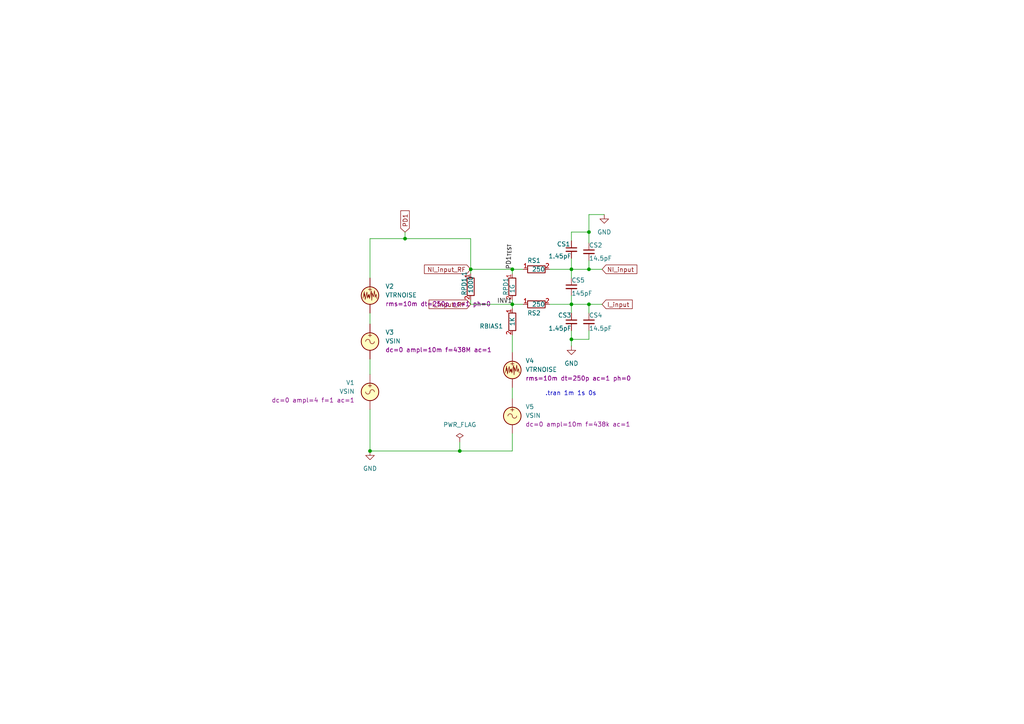
<source format=kicad_sch>
(kicad_sch (version 20230121) (generator eeschema)
  (paper "A4")
  (lib_symbols
    (symbol "Device:C_Small" (pin_numbers hide) (pin_names (offset 0.254) hide)
      (property "Reference" "C" (at 0.254 1.778 0))
      (property "Value" "C_Small" (at 0.254 -2.032 0))
      (symbol "C_Small_0_1"
        (polyline (pts (xy -1.524 -0.508) (xy 1.524 -0.508)) (stroke (width 0.3302)))
        (polyline (pts (xy -1.524 0.508) (xy 1.524 0.508)) (stroke (width 0.3048)))
      )
      (symbol "C_Small_1_1"
        (pin passive line (at 0 2.54 270) (length 2.032) (name "~") (number "1"))
        (pin passive line (at 0 -2.54 90) (length 2.032) (name "~") (number "2"))
      )
    )
    (symbol "Device:R" (pin_names (offset 0))
      (property "Reference" "R" (at 2.032 0 90))
      (property "Value" "R" (at 0 0 90))
      (symbol "R_0_1"
        (rectangle (start -1.016 -2.54) (end 1.016 2.54) (stroke (width 0.254)))
      )
      (symbol "R_1_1"
        (pin passive line (at 0 3.81 270) (length 1.27) (name "~") (number "1"))
        (pin passive line (at 0 -3.81 90) (length 1.27) (name "~") (number "2"))
      )
    )
    (symbol "R_1" (pin_names (offset 0))
      (property "Reference" "R" (at 2.032 0 90))
      (property "Value" "R" (at 0 0 90))
      (symbol "R_1_0_1"
        (rectangle (start -1.016 -2.54) (end 1.016 2.54) (stroke (width 0.254)))
      )
      (symbol "R_1_1_1"
        (pin passive line (at 0 3.81 270) (length 1.27) (name "~") (number "1"))
        (pin passive line (at 0 -3.81 90) (length 1.27) (name "~") (number "2"))
      )
    )
    (symbol "R_2" (pin_names (offset 0))
      (property "Reference" "R" (at 2.032 0 90))
      (property "Value" "R" (at 0 0 90))
      (symbol "R_2_0_1"
        (rectangle (start -1.016 -2.54) (end 1.016 2.54) (stroke (width 0.254)))
      )
      (symbol "R_2_1_1"
        (pin passive line (at 0 3.81 270) (length 1.27) (name "~") (number "1"))
        (pin passive line (at 0 -3.81 90) (length 1.27) (name "~") (number "2"))
      )
    )
    (symbol "Simulation_SPICE:VSIN" (pin_numbers hide) (pin_names (offset 0.0254))
      (property "Reference" "V" (at 2.54 2.54 0))
      (property "Value" "VSIN" (at 2.54 0 0))
      (property "Sim.Params" "dc=0 ampl=1 f=1k ac=1" (at 2.54 -2.54 0))
      (symbol "VSIN_0_0"
        (arc (start 0 0) (mid -0.635 0.6323) (end -1.27 0))
        (arc (start 0 0) (mid 0.635 -0.6323) (end 1.27 0))
        (text "+" (at 0 1.905 0) (effects (font (size 1.27 1.27))))
      )
      (symbol "VSIN_0_1"
        (circle (center 0 0) (radius 2.54) (stroke (width 0.254)) (fill (type background)))
      )
      (symbol "VSIN_1_1"
        (pin passive line (at 0 5.08 270) (length 2.54) (name "~") (number "1"))
        (pin passive line (at 0 -5.08 90) (length 2.54) (name "~") (number "2"))
      )
    )
    (symbol "Simulation_SPICE:VTRNOISE" (pin_numbers hide) (pin_names (offset 0.0254))
      (property "Reference" "V" (at 2.54 2.54 0))
      (property "Value" "VTRNOISE" (at 2.54 0 0))
      (property "Sim.Params" "rms=20n dt=500p ac=0 ph=0" (at 2.54 -2.54 0))
      (symbol "VTRNOISE_0_0"
        (text "+" (at 0 1.905 0) (effects (font (size 1.27 1.27))))
      )
      (symbol "VTRNOISE_0_1"
        (polyline (pts (xy -2.032 -0.762) (xy -1.651 1.143) (xy -1.651 -0.254) (xy -1.524 0.508) (xy -1.397 -1.143) (xy -0.889 1.016) (xy -0.762 -0.762) (xy -0.508 0.254) (xy -0.381 -0.508) (xy -0.254 0.381) (xy -0.127 -0.889) (xy 0.381 1.397) (xy 0.508 -1.397) (xy 0.635 0.762) (xy 1.016 -0.381) (xy 1.27 1.397) (xy 1.524 -0.508) (xy 1.778 0.381) (xy 2.032 -0.889)))
        (circle (center 0 0) (radius 2.54) (stroke (width 0.254)) (fill (type background)))
      )
      (symbol "VTRNOISE_1_1"
        (pin passive line (at 0 5.08 270) (length 2.54) (name "~") (number "1"))
        (pin passive line (at 0 -5.08 90) (length 2.54) (name "~") (number "2"))
      )
    )
    (symbol "power:GND" (power) (pin_names (offset 0))
      (property "Value" "GND" (at 0 -3.81 0))
      (symbol "GND_0_1"
        (polyline (pts (xy 0 0) (xy 0 -1.27) (xy 1.27 -1.27) (xy 0 -2.54) (xy -1.27 -1.27) (xy 0 -1.27)))
      )
      (symbol "GND_1_1"
        (pin power_in line (at 0 0 270) (length 0) hide (name "GND") (number "1"))
      )
    )
    (symbol "power:PWR_FLAG" (power) (pin_numbers hide) (pin_names (offset 0) hide)
      (property "Value" "PWR_FLAG" (at 0 3.81 0))
      (symbol "PWR_FLAG_0_0"
        (pin power_out line (at 0 0 90) (length 0) (name "pwr") (number "1"))
      )
      (symbol "PWR_FLAG_0_1"
        (polyline (pts (xy 0 0) (xy 0 1.27) (xy -1.016 1.905) (xy 0 2.54) (xy 1.016 1.905) (xy 0 1.27)))
      )
    )
  )
  (junction (at 170.815 88.265))
  (junction (at 170.815 67.31))
  (junction (at 117.475 69.215))
  (junction (at 165.735 88.265))
  (junction (at 170.815 78.105))
  (junction (at 133.35 130.81))
  (junction (at 136.525 78.105))
  (junction (at 148.59 88.265))
  (junction (at 148.59 78.105))
  (junction (at 165.735 98.425))
  (junction (at 107.315 130.81))
  (junction (at 165.735 78.105))
  (wire (pts (xy 133.35 130.81) (xy 133.35 128.27)))
  (wire (pts (xy 165.735 74.93) (xy 165.735 78.105)))
  (wire (pts (xy 165.735 98.425) (xy 165.735 100.33)))
  (wire (pts (xy 165.735 85.725) (xy 165.735 88.265)))
  (wire (pts (xy 165.735 67.31) (xy 165.735 69.85)))
  (wire (pts (xy 165.735 78.105) (xy 165.735 80.645)))
  (wire (pts (xy 170.815 88.265) (xy 170.815 90.805)))
  (wire (pts (xy 107.315 130.81) (xy 133.35 130.81)))
  (wire (pts (xy 170.815 67.31) (xy 170.815 70.485)))
  (wire (pts (xy 107.315 69.215) (xy 117.475 69.215)))
  (wire (pts (xy 170.815 78.105) (xy 174.625 78.105)))
  (wire (pts (xy 148.59 97.155) (xy 148.59 102.235)))
  (wire (pts (xy 133.35 130.81) (xy 148.59 130.81)))
  (wire (pts (xy 136.525 88.265) (xy 148.59 88.265)))
  (wire (pts (xy 107.315 104.14) (xy 107.315 108.585)))
  (wire (pts (xy 170.815 88.265) (xy 174.625 88.265)))
  (wire (pts (xy 165.735 78.105) (xy 170.815 78.105)))
  (wire (pts (xy 148.59 125.73) (xy 148.59 130.81)))
  (wire (pts (xy 159.385 78.105) (xy 165.735 78.105)))
  (wire (pts (xy 170.815 75.565) (xy 170.815 78.105)))
  (wire (pts (xy 148.59 88.265) (xy 151.765 88.265)))
  (wire (pts (xy 107.315 90.805) (xy 107.315 93.98)))
  (wire (pts (xy 165.735 88.265) (xy 165.735 90.805)))
  (wire (pts (xy 117.475 67.31) (xy 117.475 69.215)))
  (wire (pts (xy 170.815 62.23) (xy 175.26 62.23)))
  (wire (pts (xy 148.59 86.995) (xy 148.59 88.265)))
  (wire (pts (xy 107.315 69.215) (xy 107.315 80.645)))
  (wire (pts (xy 170.815 62.23) (xy 170.815 67.31)))
  (wire (pts (xy 136.525 78.105) (xy 148.59 78.105)))
  (wire (pts (xy 148.59 78.105) (xy 151.765 78.105)))
  (wire (pts (xy 165.735 88.265) (xy 170.815 88.265)))
  (wire (pts (xy 159.385 88.265) (xy 165.735 88.265)))
  (wire (pts (xy 136.525 88.265) (xy 136.525 86.995)))
  (wire (pts (xy 170.815 95.885) (xy 170.815 98.425)))
  (wire (pts (xy 136.525 78.105) (xy 136.525 79.375)))
  (wire (pts (xy 165.735 95.885) (xy 165.735 98.425)))
  (wire (pts (xy 148.59 78.105) (xy 148.59 79.375)))
  (wire (pts (xy 170.815 67.31) (xy 165.735 67.31)))
  (wire (pts (xy 117.475 69.215) (xy 136.525 69.215)))
  (wire (pts (xy 148.59 112.395) (xy 148.59 115.57)))
  (wire (pts (xy 170.815 98.425) (xy 165.735 98.425)))
  (wire (pts (xy 136.525 69.215) (xy 136.525 78.105)))
  (wire (pts (xy 107.315 118.745) (xy 107.315 130.81)))
  (wire (pts (xy 148.59 88.265) (xy 148.59 89.535)))
  (text ".tran 1m 1s 0s" (at 158.115 114.935 0) (effects (font (size 1.27 1.27)) (justify left bottom)))
  (label "INV1" (at 148.59 88.265 180))
  (label "PD1_{TEST}" (at 148.59 78.105 90))
  (global_label "NI_input" (shape input) (at 174.625 78.105 0) (property "Intersheetrefs" "${INTERSHEET_REFS}" (effects hide)))
  (global_label "NI_input_RF" (shape input) (at 136.525 78.105 180) (property "Intersheetrefs" "${INTERSHEET_REFS}" (effects hide)))
  (global_label "I_input" (shape input) (at 174.625 88.265 0) (property "Intersheetrefs" "${INTERSHEET_REFS}" (effects hide)))
  (global_label "PD1" (shape input) (at 117.475 67.31 90) (property "Intersheetrefs" "${INTERSHEET_REFS}" (effects hide)))
  (global_label "I_input_RF" (shape input) (at 136.525 88.265 180) (property "Intersheetrefs" "${INTERSHEET_REFS}" (effects hide)))
  (symbol (lib_id "Simulation_SPICE:VSIN") (at 107.315 113.665 0) (mirror y) (unit 1)
    (property "Reference" "V1" (at 102.87 110.9952 0) (effects (justify left)))
    (property "Value" "VSIN" (at 102.87 113.5352 0) (effects (justify left)))
    (property "Sim.Pins" "1=+ 2=-" (effects hide))
    (property "Sim.Params" "dc=0 ampl=4 f=1 ac=1" (at 102.87 116.0752 0) (effects (justify left)))
    (property "Sim.Type" "SIN" (effects hide))
    (property "Sim.Device" "V" (effects hide))
  )
  (symbol (lib_id "Device:C_Small") (at 170.815 73.025 0) (unit 1)
    (property "Reference" "CS2" (at 170.815 71.12 0) (effects (justify left)))
    (property "Value" "14.5pF" (at 170.815 74.93 0) (effects (justify left)))
    (property "Footprint" "Capacitor_SMD:C_0603_1608Metric" (effects hide))
    (property "Part Number" "06035J100FBTTR" (effects hide))
  )
  (symbol (lib_id "Device:C_Small") (at 165.735 83.185 0) (unit 1)
    (property "Reference" "CS5" (at 165.735 81.28 0) (effects (justify left)))
    (property "Value" "145pF" (at 165.735 85.09 0) (effects (justify left)))
    (property "Footprint" "Capacitor_SMD:C_0603_1608Metric" (effects hide))
    (property "Part Number" "06035J100FBTTR" (effects hide))
  )
  (symbol (lib_id "Device:R") (at 148.59 93.345 0) (unit 1)
    (property "Reference" "RBIAS1" (at 139.065 94.615 0) (effects (justify left)))
    (property "Value" "1K" (at 148.59 94.615 90) (effects (justify left)))
    (property "Footprint" "Capacitor_SMD:C_0805_2012Metric" (effects hide))
  )
  (symbol (lib_id "Device:C_Small") (at 170.815 93.345 0) (unit 1)
    (property "Reference" "CS4" (at 170.815 91.44 0) (effects (justify left)))
    (property "Value" "14.5pF" (at 170.815 95.25 0) (effects (justify left)))
    (property "Footprint" "Capacitor_SMD:C_0603_1608Metric" (effects hide))
    (property "Part Number" "06035J100FBTTR" (effects hide))
  )
  (symbol (lib_id "Device:R") (at 155.575 78.105 90) (unit 1)
    (property "Reference" "RS1" (at 156.845 75.565 90) (effects (justify left)))
    (property "Value" "250" (at 158.115 78.105 90) (effects (justify left)))
    (property "Footprint" "Resistor_SMD:R_0805_2012Metric" (effects hide))
    (property "Part Number" "ERA-6VEB3300V" (effects hide))
  )
  (symbol (lib_id "power:GND") (at 175.26 62.23 0) (unit 1)
    (property "Reference" "#PWR04" (effects hide))
    (property "Value" "GND" (at 175.26 67.31 0))
  )
  (symbol (lib_name "R_1") (lib_id "Device:R") (at 136.525 83.185 0) (unit 1)
    (property "Reference" "RPD1.1" (at 134.62 85.725 90) (effects (justify left)))
    (property "Value" "1000" (at 136.525 85.09 90) (effects (justify left)))
    (property "Footprint" "Resistor_SMD:R_0805_2012Metric" (effects hide))
    (property "Part Number" "HVC0805Z1007JET" (effects hide))
    (property "Sim.Device" "R" (effects hide))
    (property "Sim.Pins" "1=+ 2=-" (effects hide))
  )
  (symbol (lib_id "Simulation_SPICE:VSIN") (at 148.59 120.65 0) (unit 1)
    (property "Reference" "V5" (at 152.4 117.9802 0) (effects (justify left)))
    (property "Value" "VSIN" (at 152.4 120.5202 0) (effects (justify left)))
    (property "Sim.Pins" "1=+ 2=-" (effects hide))
    (property "Sim.Params" "dc=0 ampl=10m f=438k ac=1" (at 152.4 123.0602 0) (effects (justify left)))
    (property "Sim.Type" "SIN" (effects hide))
    (property "Sim.Device" "V" (effects hide))
  )
  (symbol (lib_id "Device:C_Small") (at 165.735 72.39 0) (mirror y) (unit 1)
    (property "Reference" "CS1" (at 165.4175 70.8025 0) (effects (justify left)))
    (property "Value" "1.45pF" (at 165.735 74.295 0) (effects (justify left)))
    (property "Footprint" "Capacitor_SMD:C_0402_1005Metric" (effects hide))
    (property "Part Number" "04023J1R1PBSTR" (effects hide))
  )
  (symbol (lib_id "Simulation_SPICE:VSIN") (at 107.315 99.06 0) (unit 1)
    (property "Reference" "V3" (at 111.76 96.3902 0) (effects (justify left)))
    (property "Value" "VSIN" (at 111.76 98.9302 0) (effects (justify left)))
    (property "Sim.Pins" "1=+ 2=-" (effects hide))
    (property "Sim.Params" "dc=0 ampl=10m f=438M ac=1" (at 111.76 101.4702 0) (effects (justify left)))
    (property "Sim.Type" "SIN" (effects hide))
    (property "Sim.Device" "V" (effects hide))
  )
  (symbol (lib_id "Simulation_SPICE:VTRNOISE") (at 148.59 107.315 0) (unit 1)
    (property "Reference" "V4" (at 152.4 104.6452 0) (effects (justify left)))
    (property "Value" "VTRNOISE" (at 152.4 107.1852 0) (effects (justify left)))
    (property "Sim.Pins" "1=+ 2=-" (effects hide))
    (property "Sim.Params" "rms=10m dt=250p ac=1 ph=0" (at 152.4 109.7252 0) (effects (justify left)))
    (property "Sim.Device" "V" (effects hide))
    (property "Sim.Type" "WHITENOISE" (effects hide))
  )
  (symbol (lib_id "power:GND") (at 107.315 130.81 0) (unit 1)
    (property "Reference" "#PWR02" (effects hide))
    (property "Value" "GND" (at 107.315 135.89 0))
  )
  (symbol (lib_id "power:PWR_FLAG") (at 133.35 128.27 0) (unit 1)
    (property "Reference" "#FLG01" (effects hide))
    (property "Value" "PWR_FLAG" (at 133.35 123.19 0))
  )
  (symbol (lib_id "power:GND") (at 165.735 100.33 0) (unit 1)
    (property "Reference" "#PWR01" (effects hide))
    (property "Value" "GND" (at 165.735 105.41 0))
  )
  (symbol (lib_id "Device:R") (at 155.575 88.265 90) (unit 1)
    (property "Reference" "RS2" (at 156.845 90.805 90) (effects (justify left)))
    (property "Value" "250" (at 158.115 88.265 90) (effects (justify left)))
    (property "Footprint" "Resistor_SMD:R_0805_2012Metric" (effects hide))
    (property "Part Number" "ERA-6VEB3300V" (effects hide))
  )
  (symbol (lib_name "R_2") (lib_id "Device:R") (at 148.59 83.185 0) (unit 1)
    (property "Reference" "RPD1" (at 146.685 85.725 90) (effects (justify left)))
    (property "Value" "1G" (at 148.59 85.09 90) (effects (justify left)))
    (property "Footprint" "Resistor_SMD:R_0805_2012Metric" (effects hide))
    (property "Part Number" "HVC0805Z1007JET" (effects hide))
  )
  (symbol (lib_id "Device:C_Small") (at 165.735 93.345 0) (mirror y) (unit 1)
    (property "Reference" "CS3" (at 165.735 91.44 0) (effects (justify left)))
    (property "Value" "1.45pF" (at 165.735 95.25 0) (effects (justify left)))
    (property "Footprint" "Capacitor_SMD:C_0402_1005Metric" (effects hide))
    (property "Part Number" "04023J1R1PBSTR" (effects hide))
  )
  (symbol (lib_id "Simulation_SPICE:VTRNOISE") (at 107.315 85.725 0) (unit 1)
    (property "Reference" "V2" (at 111.76 83.0552 0) (effects (justify left)))
    (property "Value" "VTRNOISE" (at 111.76 85.5952 0) (effects (justify left)))
    (property "Sim.Pins" "1=+ 2=-" (effects hide))
    (property "Sim.Params" "rms=10m dt=250p ac=1 ph=0" (at 111.76 88.1352 0) (effects (justify left)))
    (property "Sim.Device" "V" (effects hide))
    (property "Sim.Type" "WHITENOISE" (effects hide))
  )
)
</source>
